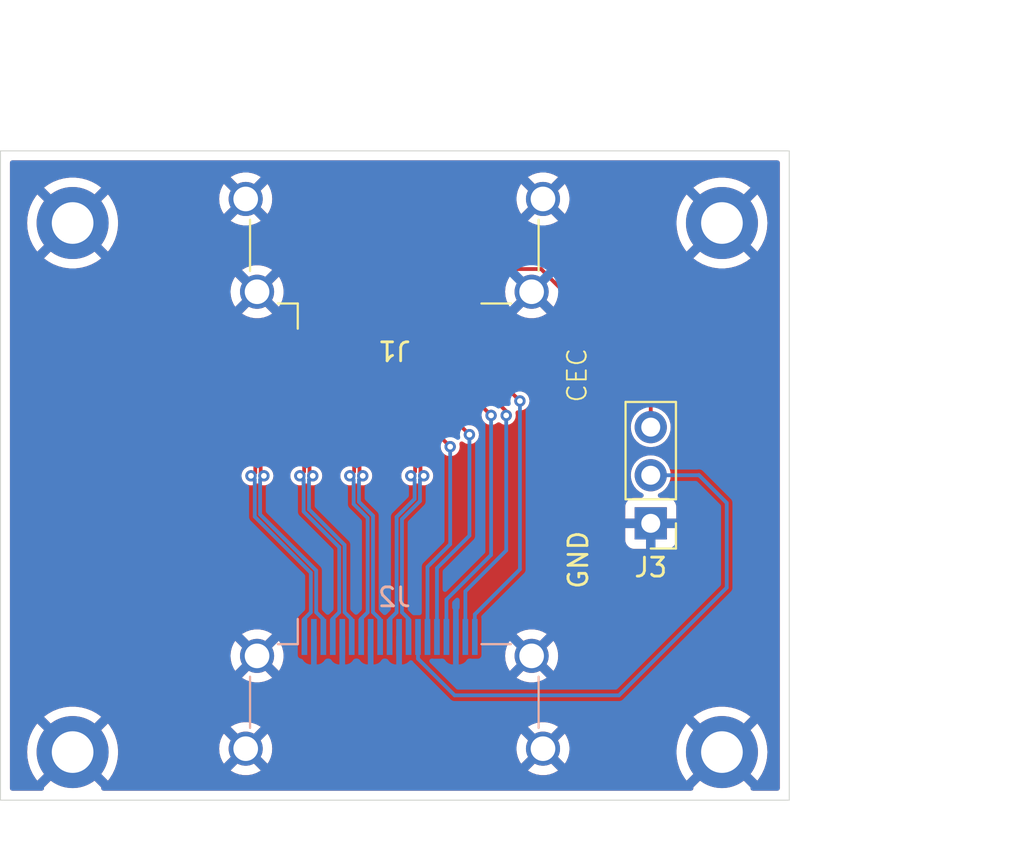
<source format=kicad_pcb>
(kicad_pcb (version 20240108) (generator "pcbnew") (generator_version "8.0")
  (layers (0 "F.Cu" signal) (31 "B.Cu" signal) (34 "B.Paste" user) (35 "F.Paste" user) (36 "B.SilkS" user "B.Silkscreen") (37 "F.SilkS" user "F.Silkscreen") (38 "B.Mask" user) (39 "F.Mask" user) (44 "Edge.Cuts" user))
  (net 0 "")
  (net 1 "Net-(J1-HPD)")
  (net 2 "Net-(J1-SDA)")
  (net 3 "Net-(J1-CEC)")
  (net 4 "Net-(J1-UTILITY)")
  (net 5 "Net-(J1-SCL)")
  (net 6 "Net-(J2-CEC)")
  (net 7 "/D0+")
  (net 8 "/D1+")
  (net 9 "/D2+")
  (net 10 "/D1-")
  (net 11 "/D0-")
  (net 12 "/D2-")
  (net 13 "/CK+")
  (net 14 "/CK-")
  (net 15 "GND")
  (net 16 "Net-(J1-+5V)")
  (footprint "Connector_Video:HDMI_A_Amphenol_10029449-x01xLF_Horizontal" (layer "F.Cu") (at 140.18 87.26 180)
    (property "Reference" "J1" (at 0 -7.1 180) (layer "F.SilkS"))
    (property "Value" "HDMI_A")
    (fp_line (start 7.62 -2.9) (end 7.62 -0.2) (stroke (width 0.12)) (layer "F.SilkS"))
    (fp_line (start 5.1 -4.62) (end 6.15 -4.62) (stroke (width 0.12)) (layer "F.SilkS"))
    (fp_line (start 5.1 -5.95) (end 5.1 -4.62) (stroke (width 0.12)) (layer "F.SilkS"))
    (fp_line (start -6.15 -4.62) (end -4.6 -4.62) (stroke (width 0.12)) (layer "F.SilkS"))
    (fp_line (start -7.62 -0.2) (end -7.62 -2.9) (stroke (width 0.12)) (layer "F.SilkS"))
    (pad "1" smd rect (at 4.75 -5 180) (size 0.3 1.9) (layers "F.Cu" "F.Paste" "F.Mask") (net 9 "/D2+"))
    (pad "2" smd rect (at 4.25 -5 180) (size 0.3 1.9) (layers "F.Cu" "F.Paste" "F.Mask") (net 15 "GND"))
    (pad "3" smd rect (at 3.75 -5 180) (size 0.3 1.9) (layers "F.Cu" "F.Paste" "F.Mask") (net 12 "/D2-"))
    (pad "4" smd rect (at 3.25 -5 180) (size 0.3 1.9) (layers "F.Cu" "F.Paste" "F.Mask") (net 8 "/D1+"))
    (pad "5" smd rect (at 2.75 -5 180) (size 0.3 1.9) (layers "F.Cu" "F.Paste" "F.Mask") (net 15 "GND"))
    (pad "6" smd rect (at 2.25 -5 180) (size 0.3 1.9) (layers "F.Cu" "F.Paste" "F.Mask") (net 10 "/D1-"))
    (pad "7" smd rect (at 1.75 -5 180) (size 0.3 1.9) (layers "F.Cu" "F.Paste" "F.Mask") (net 7 "/D0+"))
    (pad "8" smd rect (at 1.25 -5 180) (size 0.3 1.9) (layers "F.Cu" "F.Paste" "F.Mask") (net 15 "GND"))
    (pad "9" smd rect (at 0.75 -5 180) (size 0.3 1.9) (layers "F.Cu" "F.Paste" "F.Mask") (net 11 "/D0-"))
    (pad "10" smd rect (at 0.25 -5 180) (size 0.3 1.9) (layers "F.Cu" "F.Paste" "F.Mask") (net 13 "/CK+"))
    (pad "11" smd rect (at -0.25 -5 180) (size 0.3 1.9) (layers "F.Cu" "F.Paste" "F.Mask") (net 15 "GND"))
    (pad "12" smd rect (at -0.75 -5 180) (size 0.3 1.9) (layers "F.Cu" "F.Paste" "F.Mask") (net 14 "/CK-"))
    (pad "13" smd rect (at -1.25 -5 180) (size 0.3 1.9) (layers "F.Cu" "F.Paste" "F.Mask") (net 3 "Net-(J1-CEC)"))
    (pad "14" smd rect (at -1.75 -5 180) (size 0.3 1.9) (layers "F.Cu" "F.Paste" "F.Mask") (net 4 "Net-(J1-UTILITY)"))
    (pad "15" smd rect (at -2.25 -5 180) (size 0.3 1.9) (layers "F.Cu" "F.Paste" "F.Mask") (net 5 "Net-(J1-SCL)"))
    (pad "16" smd rect (at -2.75 -5 180) (size 0.3 1.9) (layers "F.Cu" "F.Paste" "F.Mask") (net 2 "Net-(J1-SDA)"))
    (pad "17" smd rect (at -3.25 -5 180) (size 0.3 1.9) (layers "F.Cu" "F.Paste" "F.Mask") (net 15 "GND"))
    (pad "18" smd rect (at -3.75 -5 180) (size 0.3 1.9) (layers "F.Cu" "F.Paste" "F.Mask") (net 16 "Net-(J1-+5V)"))
    (pad "19" smd rect (at -4.25 -5 180) (size 0.3 1.9) (layers "F.Cu" "F.Paste" "F.Mask") (net 1 "Net-(J1-HPD)"))
    (pad "SH" thru_hole circle (at -7.85 0.9 180) (size 1.8 1.8) (drill 1.3) (layers "*.Cu" "*.Mask") (net 15 "GND"))
    (pad "SH" thru_hole circle (at -7.25 -4 180) (size 1.8 1.8) (drill 1.3) (layers "*.Cu" "*.Mask") (net 15 "GND"))
    (pad "SH" thru_hole circle (at 7.25 -4 180) (size 1.8 1.8) (drill 1.3) (layers "*.Cu" "*.Mask") (net 15 "GND"))
    (pad "SH" thru_hole circle (at 7.85 0.9 180) (size 1.8 1.8) (drill 1.3) (layers "*.Cu" "*.Mask") (net 15 "GND"))
  )
  (footprint "MountingHole:MountingHole_2.2mm_M2_DIN965_Pad" (layer "F.Cu") (at 123.19 115.57)
    (property "Reference" "REF**" (hide yes))
    (property "Value" "MountingHole_2.2mm_M2_DIN965_Pad" (hide yes))
    (pad "1" thru_hole circle (at 0 0) (size 3.8 3.8) (drill 2.2) (layers "*.Cu" "*.Mask") (net 15 "GND"))
  )
  (footprint "MountingHole:MountingHole_2.2mm_M2_DIN965_Pad" (layer "F.Cu") (at 123.19 87.63)
    (property "Reference" "REF**" (hide yes))
    (property "Value" "MountingHole_2.2mm_M2_DIN965_Pad" (hide yes))
    (pad "1" thru_hole circle (at 0 0) (size 3.8 3.8) (drill 2.2) (layers "*.Cu" "*.Mask") (net 15 "GND"))
  )
  (footprint "MountingHole:MountingHole_2.2mm_M2_DIN965_Pad" (layer "F.Cu") (at 157.48 115.57)
    (property "Reference" "REF**" (hide yes))
    (property "Value" "MountingHole_2.2mm_M2_DIN965_Pad" (hide yes))
    (pad "1" thru_hole circle (at 0 0) (size 3.8 3.8) (drill 2.2) (layers "*.Cu" "*.Mask") (net 15 "GND"))
  )
  (footprint "MountingHole:MountingHole_2.2mm_M2_DIN965_Pad" (layer "F.Cu") (at 157.48 87.63)
    (property "Reference" "REF**" (hide yes))
    (property "Value" "MountingHole_2.2mm_M2_DIN965_Pad" (hide yes))
    (pad "1" thru_hole circle (at 0 0) (size 3.8 3.8) (drill 2.2) (layers "*.Cu" "*.Mask") (net 15 "GND"))
  )
  (footprint "Connector_PinHeader_2.54mm:PinHeader_1x03_P2.54mm_Vertical" (layer "F.Cu") (at 153.7208 103.49 180)
    (property "Reference" "J3" (at 0 -2.33 180) (layer "F.SilkS"))
    (property "Value" "Connector")
    (fp_line (start 1.33 1.27) (end 1.33 6.41) (stroke (width 0.12)) (layer "F.SilkS"))
    (fp_line (start -1.33 6.41) (end 1.33 6.41) (stroke (width 0.12)) (layer "F.SilkS"))
    (fp_line (start -1.33 1.27) (end 1.33 1.27) (stroke (width 0.12)) (layer "F.SilkS"))
    (fp_line (start -1.33 1.27) (end -1.33 6.41) (stroke (width 0.12)) (layer "F.SilkS"))
    (fp_line (start -1.33 0) (end -1.33 -1.33) (stroke (width 0.12)) (layer "F.SilkS"))
    (fp_line (start -1.33 -1.33) (end 0 -1.33) (stroke (width 0.12)) (layer "F.SilkS"))
    (pad "1" thru_hole rect (at 0 0 180) (size 1.7 1.7) (drill 1) (layers "*.Cu" "*.Mask") (net 15 "GND"))
    (pad "2" thru_hole oval (at 0 2.54 180) (size 1.7 1.7) (drill 1) (layers "*.Cu" "*.Mask") (net 6 "Net-(J2-CEC)"))
    (pad "3" thru_hole oval (at 0 5.08 180) (size 1.7 1.7) (drill 1) (layers "*.Cu" "*.Mask") (net 3 "Net-(J1-CEC)"))
  )
  (footprint "Connector_Video:HDMI_A_Amphenol_10029449-x01xLF_Horizontal" (layer "B.Cu") (at 140.18 114.49 180)
    (property "Reference" "J2" (at 0 7.1 0) (layer "B.SilkS") (effects (justify mirror)))
    (property "Value" "HDMI_A")
    (fp_line (start 7.62 0.2) (end 7.62 2.9) (stroke (width 0.12)) (layer "B.SilkS"))
    (fp_line (start 6.15 4.62) (end 5.1 4.62) (stroke (width 0.12)) (layer "B.SilkS"))
    (fp_line (start 5.1 4.62) (end 5.1 5.95) (stroke (width 0.12)) (layer "B.SilkS"))
    (fp_line (start -4.6 4.62) (end -6.15 4.62) (stroke (width 0.12)) (layer "B.SilkS"))
    (fp_line (start -7.62 2.9) (end -7.62 0.2) (stroke (width 0.12)) (layer "B.SilkS"))
    (pad "1" smd rect (at 4.75 5 180) (size 0.3 1.9) (layers "B.Cu" "B.Paste" "B.Mask") (net 9 "/D2+"))
    (pad "2" smd rect (at 4.25 5 180) (size 0.3 1.9) (layers "B.Cu" "B.Paste" "B.Mask") (net 15 "GND"))
    (pad "3" smd rect (at 3.75 5 180) (size 0.3 1.9) (layers "B.Cu" "B.Paste" "B.Mask") (net 12 "/D2-"))
    (pad "4" smd rect (at 3.25 5 180) (size 0.3 1.9) (layers "B.Cu" "B.Paste" "B.Mask") (net 8 "/D1+"))
    (pad "5" smd rect (at 2.75 5 180) (size 0.3 1.9) (layers "B.Cu" "B.Paste" "B.Mask") (net 15 "GND"))
    (pad "6" smd rect (at 2.25 5 180) (size 0.3 1.9) (layers "B.Cu" "B.Paste" "B.Mask") (net 10 "/D1-"))
    (pad "7" smd rect (at 1.75 5 180) (size 0.3 1.9) (layers "B.Cu" "B.Paste" "B.Mask") (net 7 "/D0+"))
    (pad "8" smd rect (at 1.25 5 180) (size 0.3 1.9) (layers "B.Cu" "B.Paste" "B.Mask") (net 15 "GND"))
    (pad "9" smd rect (at 0.75 5 180) (size 0.3 1.9) (layers "B.Cu" "B.Paste" "B.Mask") (net 11 "/D0-"))
    (pad "10" smd rect (at 0.25 5 180) (size 0.3 1.9) (layers "B.Cu" "B.Paste" "B.Mask") (net 13 "/CK+"))
    (pad "11" smd rect (at -0.25 5 180) (size 0.3 1.9) (layers "B.Cu" "B.Paste" "B.Mask") (net 15 "GND"))
    (pad "12" smd rect (at -0.75 5 180) (size 0.3 1.9) (layers "B.Cu" "B.Paste" "B.Mask") (net 14 "/CK-"))
    (pad "13" smd rect (at -1.25 5 180) (size 0.3 1.9) (layers "B.Cu" "B.Paste" "B.Mask") (net 6 "Net-(J2-CEC)"))
    (pad "14" smd rect (at -1.75 5 180) (size 0.3 1.9) (layers "B.Cu" "B.Paste" "B.Mask") (net 4 "Net-(J1-UTILITY)"))
    (pad "15" smd rect (at -2.25 5 180) (size 0.3 1.9) (layers "B.Cu" "B.Paste" "B.Mask") (net 5 "Net-(J1-SCL)"))
    (pad "16" smd rect (at -2.75 5 180) (size 0.3 1.9) (layers "B.Cu" "B.Paste" "B.Mask") (net 2 "Net-(J1-SDA)"))
    (pad "17" smd rect (at -3.25 5 180) (size 0.3 1.9) (layers "B.Cu" "B.Paste" "B.Mask") (net 15 "GND"))
    (pad "18" smd rect (at -3.75 5 180) (size 0.3 1.9) (layers "B.Cu" "B.Paste" "B.Mask") (net 16 "Net-(J1-+5V)"))
    (pad "19" smd rect (at -4.25 5 180) (size 0.3 1.9) (layers "B.Cu" "B.Paste" "B.Mask") (net 1 "Net-(J1-HPD)"))
    (pad "SH" thru_hole circle (at -7.85 -0.9 180) (size 1.8 1.8) (drill 1.3) (layers "*.Cu" "*.Mask") (net 15 "GND"))
    (pad "SH" thru_hole circle (at -7.25 4 180) (size 1.8 1.8) (drill 1.3) (layers "*.Cu" "*.Mask") (net 15 "GND"))
    (pad "SH" thru_hole circle (at 7.25 4 180) (size 1.8 1.8) (drill 1.3) (layers "*.Cu" "*.Mask") (net 15 "GND"))
    (pad "SH" thru_hole circle (at 7.85 -0.9 180) (size 1.8 1.8) (drill 1.3) (layers "*.Cu" "*.Mask") (net 15 "GND"))
  )
  (gr_rect (start 119.38 83.82) (end 161.036 118.11) (stroke (width 0.05)) (fill none) (layer "Edge.Cuts"))
  (gr_text "GND" (at 150.48 107.04 90) (layer "F.SilkS") (effects (font (size 1 1)) (justify left bottom)))
  (gr_text "CEC" (at 150.41775 97.19 90) (layer "F.SilkS") (effects (font (size 1 1) (thickness 0.1)) (justify left bottom)))
  (segment (start 146.812 97.028) (end 144.43 94.646) (width 0.2) (layer "F.Cu") (net 1))
  (segment (start 144.43 94.646) (end 144.43 92.26) (width 0.2) (layer "F.Cu") (net 1))
  (via (at 146.812 97.028) (size 0.6) (drill 0.3) (layers "F.Cu" "B.Cu") (net 1))
  (segment (start 146.812 97.028) (end 146.812 105.918) (width 0.2) (layer "B.Cu") (net 1))
  (segment (start 146.812 105.918) (end 144.43 108.3) (width 0.2) (layer "B.Cu") (net 1))
  (segment (start 144.43 108.3) (end 144.43 109.49) (width 0.2) (layer "B.Cu") (net 1))
  (segment (start 142.93 92.26) (end 142.93 95.432) (width 0.2) (layer "F.Cu") (net 2))
  (segment (start 142.93 95.432) (end 145.288 97.79) (width 0.2) (layer "F.Cu") (net 2))
  (via (at 145.288 97.79) (size 0.6) (drill 0.3) (layers "F.Cu" "B.Cu") (net 2))
  (segment (start 145.288 97.79) (end 145.288 105.156) (width 0.2) (layer "B.Cu") (net 2))
  (segment (start 142.93 107.514) (end 142.93 109.49) (width 0.2) (layer "B.Cu") (net 2))
  (segment (start 145.288 105.156) (end 142.93 107.514) (width 0.2) (layer "B.Cu") (net 2))
  (segment (start 142.506 90.06) (end 141.43 91.136) (width 0.2) (layer "F.Cu") (net 3))
  (segment (start 141.43 91.136) (end 141.43 92.26) (width 0.2) (layer "F.Cu") (net 3))
  (segment (start 147.927057 90.06) (end 142.506 90.06) (width 0.2) (layer "F.Cu") (net 3))
  (segment (start 147.927057 90.06) (end 153.7208 95.853743) (width 0.2) (layer "F.Cu") (net 3))
  (segment (start 153.7208 95.853743) (end 153.7208 98.41) (width 0.2) (layer "F.Cu") (net 3))
  (segment (start 141.93 98.242) (end 143.129 99.441) (width 0.2) (layer "F.Cu") (net 4))
  (segment (start 141.93 92.26) (end 141.98 92.31) (width 0.2) (layer "F.Cu") (net 4))
  (segment (start 141.93 92.26) (end 141.93 98.242) (width 0.2) (layer "F.Cu") (net 4))
  (via (at 143.129 99.441) (size 0.6) (drill 0.3) (layers "F.Cu" "B.Cu") (net 4))
  (segment (start 143.129 99.441) (end 143.129 104.590314) (width 0.2) (layer "B.Cu") (net 4))
  (segment (start 143.129 104.590314) (end 141.93 105.789314) (width 0.2) (layer "B.Cu") (net 4))
  (segment (start 141.93 105.789314) (end 141.93 109.49) (width 0.2) (layer "B.Cu") (net 4))
  (segment (start 142.43 92.26) (end 142.43 97.091) (width 0.2) (layer "F.Cu") (net 5))
  (segment (start 142.43 97.091) (end 144.145 98.806) (width 0.2) (layer "F.Cu") (net 5))
  (via (at 144.145 98.806) (size 0.6) (drill 0.3) (layers "F.Cu" "B.Cu") (net 5))
  (segment (start 142.43 105.855) (end 142.43 109.49) (width 0.2) (layer "B.Cu") (net 5))
  (segment (start 144.145 98.806) (end 144.145 104.14) (width 0.2) (layer "B.Cu") (net 5))
  (segment (start 144.145 104.14) (end 142.43 105.855) (width 0.2) (layer "B.Cu") (net 5))
  (segment (start 157.734 106.8832) (end 157.734 102.4128) (width 0.2) (layer "B.Cu") (net 6))
  (segment (start 141.43 109.49) (end 141.43 110.64) (width 0.2) (layer "B.Cu") (net 6))
  (segment (start 156.2504 100.95) (end 153.7208 100.95) (width 0.2) (layer "B.Cu") (net 6))
  (segment (start 152.0444 112.5728) (end 157.734 106.8832) (width 0.2) (layer "B.Cu") (net 6))
  (segment (start 143.3628 112.5728) (end 152.0444 112.5728) (width 0.2) (layer "B.Cu") (net 6))
  (segment (start 156.2608 100.9396) (end 156.2504 100.95) (width 0.2) (layer "B.Cu") (net 6))
  (segment (start 141.43 110.64) (end 143.3628 112.5728) (width 0.2) (layer "B.Cu") (net 6))
  (segment (start 157.734 102.4128) (end 156.2608 100.9396) (width 0.2) (layer "B.Cu") (net 6))
  (segment (start 138.438499 93.35639) (end 138.796999 93.71489) (width 0.2) (layer "F.Cu") (net 7))
  (segment (start 138.598916 98.89086) (end 138.056998 99.432778) (width 0.2) (layer "F.Cu") (net 7))
  (segment (start 138.796999 93.71489) (end 138.796999 98.692777) (width 0.2) (layer "F.Cu") (net 7))
  (segment (start 137.8285 100.98) (end 138.05045 100.75805) (width 0.2) (layer "F.Cu") (net 7))
  (segment (start 138.056998 99.432778) (end 138.056998 100.751502) (width 0.2) (layer "F.Cu") (net 7))
  (segment (start 138.05045 100.75805) (end 138.056998 100.751502) (width 0.2) (layer "F.Cu") (net 7))
  (segment (start 138.438499 91.931389) (end 138.438499 93.35639) (width 0.2) (layer "F.Cu") (net 7))
  (segment (start 138.796999 98.692777) (end 138.598916 98.89086) (width 0.2) (layer "F.Cu") (net 7))
  (via (at 137.8285 100.98) (size 0.6) (drill 0.3) (layers "F.Cu" "B.Cu") (net 7))
  (segment (start 138.770001 103.208613) (end 138.03 102.468612) (width 0.2) (layer "B.Cu") (net 7))
  (segment (start 138.03 102.468612) (end 138.03 101.1815) (width 0.2) (layer "B.Cu") (net 7))
  (segment (start 138.411501 108.545) (end 138.770001 108.1865) (width 0.2) (layer "B.Cu") (net 7))
  (segment (start 138.770001 108.1865) (end 138.770001 103.208613) (width 0.2) (layer "B.Cu") (net 7))
  (segment (start 138.03 101.1815) (end 137.8285 100.98) (width 0.2) (layer "B.Cu") (net 7))
  (segment (start 138.411501 109.970001) (end 138.411501 108.545) (width 0.2) (layer "B.Cu") (net 7))
  (segment (start 135.416998 100.751502) (end 135.1885 100.98) (width 0.2) (layer "F.Cu") (net 8))
  (segment (start 136.938499 91.931389) (end 136.938499 93.35639) (width 0.2) (layer "F.Cu") (net 8))
  (segment (start 136.938499 93.35639) (end 137.296999 93.71489) (width 0.2) (layer "F.Cu") (net 8))
  (segment (start 137.296999 93.71489) (end 137.296999 97.152777) (width 0.2) (layer "F.Cu") (net 8))
  (segment (start 137.296999 97.152777) (end 135.416998 99.032778) (width 0.2) (layer "F.Cu") (net 8))
  (segment (start 135.416998 99.032778) (end 135.416998 100.751502) (width 0.2) (layer "F.Cu") (net 8))
  (via (at 135.1885 100.98) (size 0.6) (drill 0.3) (layers "F.Cu" "B.Cu") (net 8))
  (segment (start 135.39 101.346) (end 135.39 101.1815) (width 0.2) (layer "B.Cu") (net 8))
  (segment (start 135.39 102.868612) (end 135.39 101.346) (width 0.2) (layer "B.Cu") (net 8))
  (segment (start 136.911501 109.970001) (end 136.911501 108.545) (width 0.2) (layer "B.Cu") (net 8))
  (segment (start 135.39 101.1815) (end 135.1885 100.98) (width 0.2) (layer "B.Cu") (net 8))
  (segment (start 136.911501 108.545) (end 137.270001 108.1865) (width 0.2) (layer "B.Cu") (net 8))
  (segment (start 137.270001 104.748613) (end 135.39 102.868612) (width 0.2) (layer "B.Cu") (net 8))
  (segment (start 135.39 101.346) (end 135.39 101.17) (width 0.2) (layer "B.Cu") (net 8))
  (segment (start 137.270001 108.1865) (end 137.270001 104.748613) (width 0.2) (layer "B.Cu") (net 8))
  (segment (start 135.438499 91.931389) (end 135.438499 93.35639) (width 0.2) (layer "F.Cu") (net 9))
  (segment (start 135.438499 93.35639) (end 135.796999 93.71489) (width 0.2) (layer "F.Cu") (net 9))
  (segment (start 135.796999 93.71489) (end 135.796999 95.802777) (width 0.2) (layer "F.Cu") (net 9))
  (segment (start 132.836998 100.811389) (end 132.636999 101.011388) (width 0.2) (layer "F.Cu") (net 9))
  (segment (start 132.836998 98.762778) (end 132.836998 100.82139) (width 0.2) (layer "F.Cu") (net 9))
  (segment (start 135.796999 95.802777) (end 132.836998 98.762778) (width 0.2) (layer "F.Cu") (net 9))
  (via (at 132.6085 100.98) (size 0.6) (drill 0.3) (layers "F.Cu" "B.Cu") (net 9))
  (segment (start 132.808499 101.179999) (end 132.6085 100.98) (width 0.2) (layer "B.Cu") (net 9))
  (segment (start 135.411501 109.970001) (end 135.411501 108.545) (width 0.2) (layer "B.Cu") (net 9))
  (segment (start 132.808499 103.137111) (end 132.808499 101.179999) (width 0.2) (layer "B.Cu") (net 9))
  (segment (start 135.770001 106.098613) (end 132.808499 103.137111) (width 0.2) (layer "B.Cu") (net 9))
  (segment (start 135.411501 108.545) (end 135.770001 108.1865) (width 0.2) (layer "B.Cu") (net 9))
  (segment (start 135.770001 108.1865) (end 135.770001 106.098613) (width 0.2) (layer "B.Cu") (net 9))
  (segment (start 137.579999 93.71489) (end 137.579999 97.270001) (width 0.2) (layer "F.Cu") (net 10))
  (segment (start 137.938499 93.35639) (end 137.579999 93.71489) (width 0.2) (layer "F.Cu") (net 10))
  (segment (start 135.7 99.15) (end 135.7 100.8085) (width 0.2) (layer "F.Cu") (net 10))
  (segment (start 137.579999 97.270001) (end 135.7 99.15) (width 0.2) (layer "F.Cu") (net 10))
  (segment (start 135.7 100.8085) (end 135.8715 100.98) (width 0.2) (layer "F.Cu") (net 10))
  (segment (start 137.938499 91.931389) (end 137.938499 93.35639) (width 0.2) (layer "F.Cu") (net 10))
  (via (at 135.8715 100.98) (size 0.6) (drill 0.3) (layers "F.Cu" "B.Cu") (net 10))
  (segment (start 137.911501 108.545) (end 137.553001 108.1865) (width 0.2) (layer "B.Cu") (net 10))
  (segment (start 137.553001 108.1865) (end 137.553001 104.631389) (width 0.2) (layer "B.Cu") (net 10))
  (segment (start 137.911501 109.970001) (end 137.911501 108.545) (width 0.2) (layer "B.Cu") (net 10))
  (segment (start 135.673002 102.75139) (end 135.673002 101.17) (width 0.2) (layer "B.Cu") (net 10))
  (segment (start 135.673002 101.17) (end 135.6815 101.17) (width 0.2) (layer "B.Cu") (net 10))
  (segment (start 137.553001 104.631389) (end 135.673002 102.75139) (width 0.2) (layer "B.Cu") (net 10))
  (segment (start 135.6815 101.17) (end 135.8715 100.98) (width 0.2) (layer "B.Cu") (net 10))
  (segment (start 139.438499 93.35639) (end 139.438499 91.931389) (width 0.2) (layer "F.Cu") (net 11))
  (segment (start 139.079999 98.810001) (end 139.079999 93.71489) (width 0.2) (layer "F.Cu") (net 11))
  (segment (start 139.079999 93.71489) (end 139.438499 93.35639) (width 0.2) (layer "F.Cu") (net 11))
  (segment (start 138.462516 100.931016) (end 138.34 100.8085) (width 0.2) (layer "F.Cu") (net 11))
  (segment (start 138.34 99.55) (end 139.079999 98.810001) (width 0.2) (layer "F.Cu") (net 11))
  (segment (start 138.34 100.8085) (end 138.34 99.55) (width 0.2) (layer "F.Cu") (net 11))
  (via (at 138.5115 100.98) (size 0.6) (drill 0.3) (layers "F.Cu" "B.Cu") (net 11))
  (segment (start 139.053001 103.091389) (end 138.313002 102.35139) (width 0.2) (layer "B.Cu") (net 11))
  (segment (start 139.411501 109.970001) (end 139.411501 108.545) (width 0.2) (layer "B.Cu") (net 11))
  (segment (start 138.313002 102.35139) (end 138.313002 101.178498) (width 0.2) (layer "B.Cu") (net 11))
  (segment (start 139.053001 108.1865) (end 139.053001 103.091389) (width 0.2) (layer "B.Cu") (net 11))
  (segment (start 139.411501 108.545) (end 139.053001 108.1865) (width 0.2) (layer "B.Cu") (net 11))
  (segment (start 138.313002 101.178498) (end 138.5115 100.98) (width 0.2) (layer "B.Cu") (net 11))
  (segment (start 136.438499 93.35639) (end 136.079999 93.71489) (width 0.2) (layer "F.Cu") (net 12))
  (segment (start 136.079999 95.920001) (end 133.12 98.88) (width 0.2) (layer "F.Cu") (net 12))
  (segment (start 133.12 100.811389) (end 133.319999 101.011388) (width 0.2) (layer "F.Cu") (net 12))
  (segment (start 136.079999 93.71489) (end 136.079999 95.920001) (width 0.2) (layer "F.Cu") (net 12))
  (segment (start 136.438499 91.931389) (end 136.438499 93.35639) (width 0.2) (layer "F.Cu") (net 12))
  (segment (start 133.12 98.88) (end 133.12 100.82139) (width 0.2) (layer "F.Cu") (net 12))
  (via (at 133.2915 100.98) (size 0.6) (drill 0.3) (layers "F.Cu" "B.Cu") (net 12))
  (segment (start 136.411501 108.545) (end 136.053001 108.1865) (width 0.2) (layer "B.Cu") (net 12))
  (segment (start 136.053001 105.981389) (end 133.091501 103.019889) (width 0.2) (layer "B.Cu") (net 12))
  (segment (start 136.053001 108.1865) (end 136.053001 105.981389) (width 0.2) (layer "B.Cu") (net 12))
  (segment (start 133.091501 101.179999) (end 133.2915 100.98) (width 0.2) (layer "B.Cu") (net 12))
  (segment (start 133.091501 103.019889) (end 133.091501 101.179999) (width 0.2) (layer "B.Cu") (net 12))
  (segment (start 136.411501 109.970001) (end 136.411501 108.545) (width 0.2) (layer "B.Cu") (net 12))
  (segment (start 140.326999 93.71489) (end 140.326999 98.750001) (width 0.2) (layer "F.Cu") (net 13))
  (segment (start 141.276998 99.7) (end 141.276998 100.751502) (width 0.2) (layer "F.Cu") (net 13))
  (segment (start 140.326999 98.750001) (end 141.276998 99.7) (width 0.2) (layer "F.Cu") (net 13))
  (segment (start 141.276998 100.751502) (end 141.0485 100.98) (width 0.2) (layer "F.Cu") (net 13))
  (segment (start 139.968499 91.931389) (end 139.968499 93.35639) (width 0.2) (layer "F.Cu") (net 13))
  (segment (start 139.968499 93.35639) (end 140.326999 93.71489) (width 0.2) (layer "F.Cu") (net 13))
  (via (at 141.0485 100.98) (size 0.6) (drill 0.3) (layers "F.Cu" "B.Cu") (net 13))
  (segment (start 141.25 101.1815) (end 141.0485 100.98) (width 0.2) (layer "B.Cu") (net 13))
  (segment (start 140.300001 103.151389) (end 141.25 102.20139) (width 0.2) (layer "B.Cu") (net 13))
  (segment (start 139.941501 109.970001) (end 139.941501 108.545) (width 0.2) (layer "B.Cu") (net 13))
  (segment (start 139.941501 108.545) (end 140.300001 108.1865) (width 0.2) (layer "B.Cu") (net 13))
  (segment (start 141.25 102.20139) (end 141.25 101.1815) (width 0.2) (layer "B.Cu") (net 13))
  (segment (start 140.300001 108.1865) (end 140.300001 103.151389) (width 0.2) (layer "B.Cu") (net 13))
  (segment (start 140.968499 93.35639) (end 140.609999 93.71489) (width 0.2) (layer "F.Cu") (net 14))
  (segment (start 141.56 100.8085) (end 141.7315 100.98) (width 0.2) (layer "F.Cu") (net 14))
  (segment (start 141.56 99.582778) (end 141.56 100.8085) (width 0.2) (layer "F.Cu") (net 14))
  (segment (start 140.609999 98.632777) (end 141.56 99.582778) (width 0.2) (layer "F.Cu") (net 14))
  (segment (start 140.968499 91.931389) (end 140.968499 93.35639) (width 0.2) (layer "F.Cu") (net 14))
  (segment (start 140.609999 93.71489) (end 140.609999 98.632777) (width 0.2) (layer "F.Cu") (net 14))
  (via (at 141.7315 100.98) (size 0.6) (drill 0.3) (layers "F.Cu" "B.Cu") (net 14))
  (segment (start 140.583001 103.268613) (end 141.533002 102.318612) (width 0.2) (layer "B.Cu") (net 14))
  (segment (start 140.941501 109.970001) (end 140.941501 108.545) (width 0.2) (layer "B.Cu") (net 14))
  (segment (start 140.941501 108.545) (end 140.583001 108.1865) (width 0.2) (layer "B.Cu") (net 14))
  (segment (start 141.533002 102.318612) (end 141.533002 101.178498) (width 0.2) (layer "B.Cu") (net 14))
  (segment (start 140.583001 108.1865) (end 140.583001 103.268613) (width 0.2) (layer "B.Cu") (net 14))
  (segment (start 141.533002 101.178498) (end 141.7315 100.98) (width 0.2) (layer "B.Cu") (net 14))
  (segment (start 143.93 95.416) (end 144.018 95.504) (width 0.2) (layer "F.Cu") (net 16))
  (segment (start 143.93 92.26) (end 143.93 95.416) (width 0.2) (layer "F.Cu") (net 16))
  (segment (start 146.088003 97.574003) (end 146.088003 97.79) (width 0.2) (layer "F.Cu") (net 16))
  (segment (start 144.018 95.504) (end 146.088003 97.574003) (width 0.2) (layer "F.Cu") (net 16))
  (via (at 146.088003 97.79) (size 0.6) (drill 0.3) (layers "F.Cu" "B.Cu") (net 16))
  (segment (start 146.088003 104.921683) (end 143.93 107.079686) (width 0.2) (layer "B.Cu") (net 16))
  (segment (start 143.93 107.079686) (end 143.93 109.49) (width 0.2) (layer "B.Cu") (net 16))
  (segment (start 146.088003 97.79) (end 146.088003 104.921683) (width 0.2) (layer "B.Cu") (net 16))
  (zone (net 15) (net_name "GND") (layer "F.Cu") (connect_pads (clearance 0.2)) (min_thickness 0.25) (fill yes (thermal_gap 0.5) (thermal_bridge_width 0.5))
    (polygon (pts (xy 119.38 83.82) (xy 161.29 83.82) (xy 161.29 118.11) (xy 119.38 118.11)))
  )
  (zone (net 15) (net_name "GND") (layer "B.Cu") (priority 1) (connect_pads (clearance 0.2)) (min_thickness 0.25) (fill yes (thermal_gap 0.5) (thermal_bridge_width 0.5))
    (polygon (pts (xy 119.38 83.82) (xy 161.29 83.82) (xy 161.29 118.11) (xy 119.38 118.11)))
  )
)
</source>
